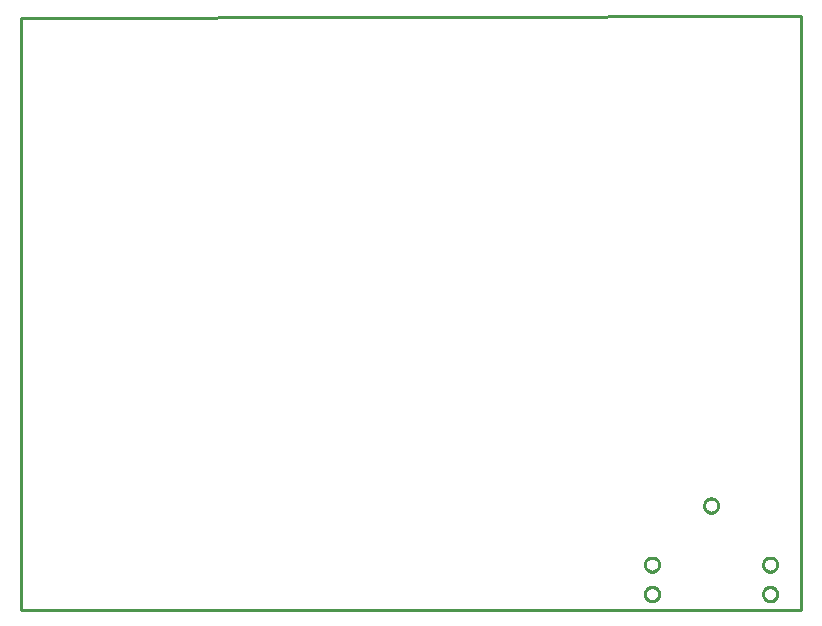
<source format=gbr>
G04 EAGLE Gerber RS-274X export*
G75*
%MOMM*%
%FSLAX34Y34*%
%LPD*%
%IN*%
%IPPOS*%
%AMOC8*
5,1,8,0,0,1.08239X$1,22.5*%
G01*
%ADD10C,0.254000*%


D10*
X0Y0D02*
X660200Y0D01*
X660200Y502160D01*
X0Y500890D01*
X0Y0D01*
X534537Y44100D02*
X535207Y44025D01*
X535864Y43875D01*
X536500Y43652D01*
X537107Y43360D01*
X537678Y43001D01*
X538204Y42581D01*
X538681Y42104D01*
X539101Y41578D01*
X539460Y41007D01*
X539752Y40400D01*
X539975Y39764D01*
X540125Y39107D01*
X540200Y38437D01*
X540200Y37763D01*
X540125Y37093D01*
X539975Y36436D01*
X539752Y35800D01*
X539460Y35193D01*
X539101Y34623D01*
X538681Y34096D01*
X538204Y33619D01*
X537678Y33199D01*
X537107Y32840D01*
X536500Y32548D01*
X535864Y32325D01*
X535207Y32175D01*
X534537Y32100D01*
X533863Y32100D01*
X533193Y32175D01*
X532536Y32325D01*
X531900Y32548D01*
X531293Y32840D01*
X530723Y33199D01*
X530196Y33619D01*
X529719Y34096D01*
X529299Y34623D01*
X528940Y35193D01*
X528648Y35800D01*
X528425Y36436D01*
X528275Y37093D01*
X528200Y37763D01*
X528200Y38437D01*
X528275Y39107D01*
X528425Y39764D01*
X528648Y40400D01*
X528940Y41007D01*
X529299Y41578D01*
X529719Y42104D01*
X530196Y42581D01*
X530723Y43001D01*
X531293Y43360D01*
X531900Y43652D01*
X532536Y43875D01*
X533193Y44025D01*
X533863Y44100D01*
X534537Y44100D01*
X534537Y19100D02*
X535207Y19025D01*
X535864Y18875D01*
X536500Y18652D01*
X537107Y18360D01*
X537678Y18001D01*
X538204Y17581D01*
X538681Y17104D01*
X539101Y16578D01*
X539460Y16007D01*
X539752Y15400D01*
X539975Y14764D01*
X540125Y14107D01*
X540200Y13437D01*
X540200Y12763D01*
X540125Y12093D01*
X539975Y11436D01*
X539752Y10800D01*
X539460Y10193D01*
X539101Y9623D01*
X538681Y9096D01*
X538204Y8619D01*
X537678Y8199D01*
X537107Y7840D01*
X536500Y7548D01*
X535864Y7325D01*
X535207Y7175D01*
X534537Y7100D01*
X533863Y7100D01*
X533193Y7175D01*
X532536Y7325D01*
X531900Y7548D01*
X531293Y7840D01*
X530723Y8199D01*
X530196Y8619D01*
X529719Y9096D01*
X529299Y9623D01*
X528940Y10193D01*
X528648Y10800D01*
X528425Y11436D01*
X528275Y12093D01*
X528200Y12763D01*
X528200Y13437D01*
X528275Y14107D01*
X528425Y14764D01*
X528648Y15400D01*
X528940Y16007D01*
X529299Y16578D01*
X529719Y17104D01*
X530196Y17581D01*
X530723Y18001D01*
X531293Y18360D01*
X531900Y18652D01*
X532536Y18875D01*
X533193Y19025D01*
X533863Y19100D01*
X534537Y19100D01*
X634537Y19100D02*
X635207Y19025D01*
X635864Y18875D01*
X636500Y18652D01*
X637107Y18360D01*
X637678Y18001D01*
X638204Y17581D01*
X638681Y17104D01*
X639101Y16578D01*
X639460Y16007D01*
X639752Y15400D01*
X639975Y14764D01*
X640125Y14107D01*
X640200Y13437D01*
X640200Y12763D01*
X640125Y12093D01*
X639975Y11436D01*
X639752Y10800D01*
X639460Y10193D01*
X639101Y9623D01*
X638681Y9096D01*
X638204Y8619D01*
X637678Y8199D01*
X637107Y7840D01*
X636500Y7548D01*
X635864Y7325D01*
X635207Y7175D01*
X634537Y7100D01*
X633863Y7100D01*
X633193Y7175D01*
X632536Y7325D01*
X631900Y7548D01*
X631293Y7840D01*
X630723Y8199D01*
X630196Y8619D01*
X629719Y9096D01*
X629299Y9623D01*
X628940Y10193D01*
X628648Y10800D01*
X628425Y11436D01*
X628275Y12093D01*
X628200Y12763D01*
X628200Y13437D01*
X628275Y14107D01*
X628425Y14764D01*
X628648Y15400D01*
X628940Y16007D01*
X629299Y16578D01*
X629719Y17104D01*
X630196Y17581D01*
X630723Y18001D01*
X631293Y18360D01*
X631900Y18652D01*
X632536Y18875D01*
X633193Y19025D01*
X633863Y19100D01*
X634537Y19100D01*
X634537Y44100D02*
X635207Y44025D01*
X635864Y43875D01*
X636500Y43652D01*
X637107Y43360D01*
X637678Y43001D01*
X638204Y42581D01*
X638681Y42104D01*
X639101Y41578D01*
X639460Y41007D01*
X639752Y40400D01*
X639975Y39764D01*
X640125Y39107D01*
X640200Y38437D01*
X640200Y37763D01*
X640125Y37093D01*
X639975Y36436D01*
X639752Y35800D01*
X639460Y35193D01*
X639101Y34623D01*
X638681Y34096D01*
X638204Y33619D01*
X637678Y33199D01*
X637107Y32840D01*
X636500Y32548D01*
X635864Y32325D01*
X635207Y32175D01*
X634537Y32100D01*
X633863Y32100D01*
X633193Y32175D01*
X632536Y32325D01*
X631900Y32548D01*
X631293Y32840D01*
X630723Y33199D01*
X630196Y33619D01*
X629719Y34096D01*
X629299Y34623D01*
X628940Y35193D01*
X628648Y35800D01*
X628425Y36436D01*
X628275Y37093D01*
X628200Y37763D01*
X628200Y38437D01*
X628275Y39107D01*
X628425Y39764D01*
X628648Y40400D01*
X628940Y41007D01*
X629299Y41578D01*
X629719Y42104D01*
X630196Y42581D01*
X630723Y43001D01*
X631293Y43360D01*
X631900Y43652D01*
X632536Y43875D01*
X633193Y44025D01*
X633863Y44100D01*
X634537Y44100D01*
X584537Y94100D02*
X585207Y94025D01*
X585864Y93875D01*
X586500Y93652D01*
X587107Y93360D01*
X587678Y93001D01*
X588204Y92581D01*
X588681Y92104D01*
X589101Y91578D01*
X589460Y91007D01*
X589752Y90400D01*
X589975Y89764D01*
X590125Y89107D01*
X590200Y88437D01*
X590200Y87763D01*
X590125Y87093D01*
X589975Y86436D01*
X589752Y85800D01*
X589460Y85193D01*
X589101Y84623D01*
X588681Y84096D01*
X588204Y83619D01*
X587678Y83199D01*
X587107Y82840D01*
X586500Y82548D01*
X585864Y82325D01*
X585207Y82175D01*
X584537Y82100D01*
X583863Y82100D01*
X583193Y82175D01*
X582536Y82325D01*
X581900Y82548D01*
X581293Y82840D01*
X580723Y83199D01*
X580196Y83619D01*
X579719Y84096D01*
X579299Y84623D01*
X578940Y85193D01*
X578648Y85800D01*
X578425Y86436D01*
X578275Y87093D01*
X578200Y87763D01*
X578200Y88437D01*
X578275Y89107D01*
X578425Y89764D01*
X578648Y90400D01*
X578940Y91007D01*
X579299Y91578D01*
X579719Y92104D01*
X580196Y92581D01*
X580723Y93001D01*
X581293Y93360D01*
X581900Y93652D01*
X582536Y93875D01*
X583193Y94025D01*
X583863Y94100D01*
X584537Y94100D01*
M02*

</source>
